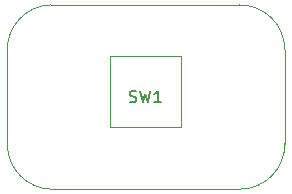
<source format=gbr>
%TF.GenerationSoftware,KiCad,Pcbnew,4.0.5-e0-6337~49~ubuntu16.04.1*%
%TF.CreationDate,2017-01-31T10:23:04-08:00*%
%TF.ProjectId,2x3-6mm-Square-SMT-Pushbutton,3278332D366D6D2D5371756172652D53,1.0*%
%TF.FileFunction,Other,Fab,Top*%
%FSLAX46Y46*%
G04 Gerber Fmt 4.6, Leading zero omitted, Abs format (unit mm)*
G04 Created by KiCad (PCBNEW 4.0.5-e0-6337~49~ubuntu16.04.1) date Tue Jan 31 10:23:04 2017*
%MOMM*%
%LPD*%
G01*
G04 APERTURE LIST*
%ADD10C,0.350000*%
%ADD11C,0.040640*%
%ADD12C,0.150000*%
G04 APERTURE END LIST*
D10*
D11*
X145570000Y-106410000D02*
X139570000Y-106410000D01*
X145570000Y-100410000D02*
X145570000Y-106410000D01*
X139570000Y-100410000D02*
X145570000Y-100410000D01*
X139570000Y-106410000D02*
X139570000Y-100410000D01*
X134570000Y-96110000D02*
G75*
G03X130876632Y-100009820I106632J-3799820D01*
G01*
X130880179Y-107910000D02*
G75*
G03X134570000Y-111710000I3801645J0D01*
G01*
X150570000Y-111711316D02*
G75*
G03X154370000Y-107810000I0J3801316D01*
G01*
X154371316Y-99910000D02*
G75*
G03X150470000Y-96110000I-3801316J0D01*
G01*
X154370000Y-99910000D02*
X154370000Y-107910000D01*
X150470000Y-96110000D02*
X134570000Y-96110000D01*
X150570000Y-111710000D02*
X134570000Y-111710000D01*
X130870000Y-99910000D02*
X130870000Y-107910000D01*
D12*
X141236667Y-104314762D02*
X141379524Y-104362381D01*
X141617620Y-104362381D01*
X141712858Y-104314762D01*
X141760477Y-104267143D01*
X141808096Y-104171905D01*
X141808096Y-104076667D01*
X141760477Y-103981429D01*
X141712858Y-103933810D01*
X141617620Y-103886190D01*
X141427143Y-103838571D01*
X141331905Y-103790952D01*
X141284286Y-103743333D01*
X141236667Y-103648095D01*
X141236667Y-103552857D01*
X141284286Y-103457619D01*
X141331905Y-103410000D01*
X141427143Y-103362381D01*
X141665239Y-103362381D01*
X141808096Y-103410000D01*
X142141429Y-103362381D02*
X142379524Y-104362381D01*
X142570001Y-103648095D01*
X142760477Y-104362381D01*
X142998572Y-103362381D01*
X143903334Y-104362381D02*
X143331905Y-104362381D01*
X143617619Y-104362381D02*
X143617619Y-103362381D01*
X143522381Y-103505238D01*
X143427143Y-103600476D01*
X143331905Y-103648095D01*
M02*

</source>
